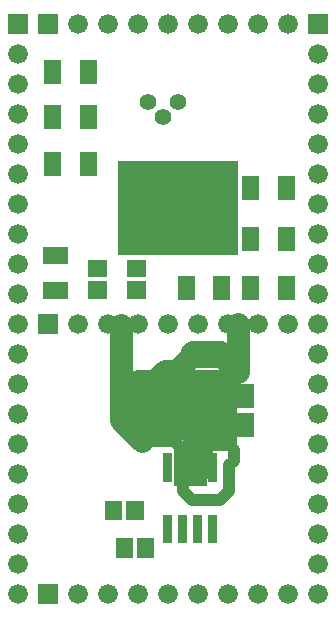
<source format=gts>
G04 start of page 6 for group -4063 idx -4063 *
G04 Title: (unknown), componentmask *
G04 Creator: pcb 20140316 *
G04 CreationDate: Mon 16 Nov 2015 12:26:51 PM GMT UTC *
G04 For: fosse *
G04 Format: Gerber/RS-274X *
G04 PCB-Dimensions (mil): 1250.00 2150.00 *
G04 PCB-Coordinate-Origin: lower left *
%MOIN*%
%FSLAX25Y25*%
%LNTOPMASK*%
%ADD56R,0.3150X0.3150*%
%ADD55C,0.0900*%
%ADD54C,0.0750*%
%ADD53C,0.0210*%
%ADD52R,0.1502X0.1502*%
%ADD51R,0.0572X0.0572*%
%ADD50C,0.1000*%
%ADD49C,0.0400*%
%ADD48R,0.0300X0.0300*%
%ADD47R,0.0600X0.0600*%
%ADD46C,0.0560*%
%ADD45C,0.2000*%
%ADD44C,0.0001*%
%ADD43C,0.0660*%
G54D43*X110500Y125500D03*
Y115500D03*
Y105500D03*
Y95500D03*
Y85500D03*
X90500Y105500D03*
X100500D03*
X110500Y175500D03*
Y165500D03*
Y155500D03*
Y145500D03*
G54D44*G36*
X107200Y208800D02*Y202200D01*
X113800D01*
Y208800D01*
X107200D01*
G37*
G54D43*X110500Y195500D03*
Y185500D03*
Y135500D03*
X90500Y205500D03*
X100500D03*
X110500Y75500D03*
Y65500D03*
Y55500D03*
Y45500D03*
Y35500D03*
Y25500D03*
Y15500D03*
X80500D03*
X90500D03*
X100500D03*
G54D44*G36*
X17200Y18800D02*Y12200D01*
X23800D01*
Y18800D01*
X17200D01*
G37*
G54D43*X30500Y15500D03*
X40500D03*
X50500D03*
X60500D03*
X70500D03*
X10500Y25500D03*
Y15500D03*
G54D44*G36*
X17200Y108800D02*Y102200D01*
X23800D01*
Y108800D01*
X17200D01*
G37*
G54D43*X30500Y105500D03*
X60500D03*
X70500D03*
X80500D03*
G54D45*X54000Y79500D03*
X64000D03*
X59000Y74500D03*
G54D43*X10500Y145500D03*
Y135500D03*
Y125500D03*
Y115500D03*
Y105500D03*
Y95500D03*
Y85500D03*
Y75500D03*
Y65500D03*
Y55500D03*
Y45500D03*
Y35500D03*
X40500Y105500D03*
Y205500D03*
X50500Y105500D03*
G54D44*G36*
X17200Y208800D02*Y202200D01*
X23800D01*
Y208800D01*
X17200D01*
G37*
G54D43*X30500Y205500D03*
G54D44*G36*
X7200Y208800D02*Y202200D01*
X13800D01*
Y208800D01*
X7200D01*
G37*
G54D43*X10500Y195500D03*
Y185500D03*
Y175500D03*
Y165500D03*
Y155500D03*
X50500Y205500D03*
X60500D03*
X70500D03*
X80500D03*
G54D46*X54000Y179500D03*
X64000D03*
X59000Y174500D03*
G54D47*X70500Y61000D02*Y54500D01*
X65500Y61000D02*Y54500D01*
G54D48*X60500Y61000D02*Y54500D01*
G54D49*X65500Y63500D02*Y50000D01*
X68500Y47000D01*
G54D50*X70500Y67905D02*Y57750D01*
G54D49*X68500Y47000D02*X78000D01*
X62500Y66500D02*X65500Y63500D01*
G54D48*X60500Y40500D02*Y34000D01*
X65500Y40500D02*Y34000D01*
X70500Y40500D02*Y34000D01*
G54D51*X53043Y31393D02*Y30607D01*
G54D48*X75500Y40500D02*Y34000D01*
G54D51*X45957Y31393D02*Y30607D01*
X42457Y43893D02*Y43107D01*
X49543Y43893D02*Y43107D01*
G54D52*X74595Y73181D02*Y70819D01*
G54D49*X70500Y67905D02*X74595Y72000D01*
G54D51*X86405Y73181D02*Y70819D01*
X86414Y82681D02*Y80319D01*
G54D53*X82500Y88500D02*Y63500D01*
G54D48*X75500Y61000D02*Y54500D01*
G54D49*X81000Y58500D02*Y50000D01*
Y58500D02*X82500Y60000D01*
X78000Y47000D02*X81000Y50000D01*
X82500Y63500D02*Y60000D01*
G54D54*X84000Y105500D02*Y89500D01*
X78000Y95500D02*X84000Y89500D01*
G54D55*X69000Y95500D02*X78000D01*
G54D52*X74604Y82681D02*Y80319D01*
G54D49*X74604Y81500D02*Y72896D01*
X64000Y79500D02*X73500Y70000D01*
G54D54*X63500Y90000D02*X69000Y95500D01*
X59500Y90000D02*X63500D01*
X56000Y86500D02*X59500Y90000D01*
X50500Y86500D02*X56000D01*
X44750Y80750D02*X50500Y86500D01*
X44750Y105250D02*Y73750D01*
X52000Y66500D01*
G54D49*X62500D01*
G54D51*X22095Y175681D02*Y173319D01*
Y160181D02*Y157819D01*
X33905Y175681D02*Y173319D01*
Y190681D02*Y188319D01*
Y160181D02*Y157819D01*
X22095Y190681D02*Y188319D01*
X66595Y118681D02*Y116319D01*
G54D56*X59750Y144250D02*X68250D01*
G54D51*X21819Y128500D02*X24181D01*
X21819Y116690D02*X24181D01*
X36607Y124043D02*X37393D01*
X36607Y116957D02*X37393D01*
X49607Y124043D02*X50393D01*
X49607Y116957D02*X50393D01*
X88095Y118681D02*Y116319D01*
X99905Y118681D02*Y116319D01*
X78405Y118681D02*Y116319D01*
X88095Y135181D02*Y132819D01*
X99905Y135181D02*Y132819D01*
X88095Y152181D02*Y149819D01*
X99905Y152181D02*Y149819D01*
M02*

</source>
